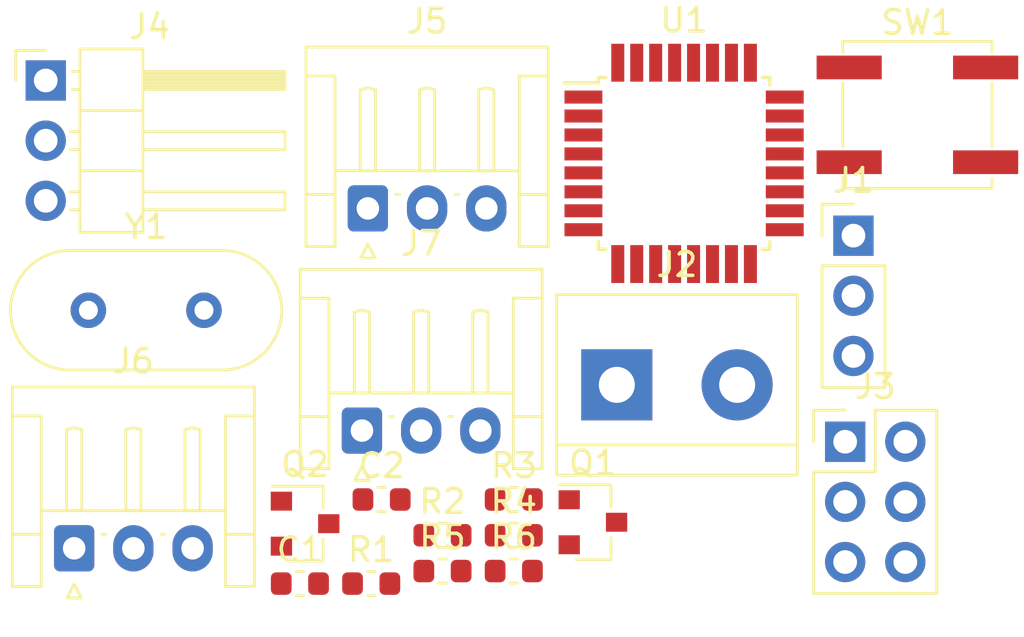
<source format=kicad_pcb>
(kicad_pcb (version 20171130) (host pcbnew "(5.0.2)-1")

  (general
    (thickness 1.6)
    (drawings 0)
    (tracks 0)
    (zones 0)
    (modules 20)
    (nets 32)
  )

  (page A4)
  (layers
    (0 F.Cu signal)
    (31 B.Cu signal)
    (32 B.Adhes user)
    (33 F.Adhes user)
    (34 B.Paste user)
    (35 F.Paste user)
    (36 B.SilkS user)
    (37 F.SilkS user)
    (38 B.Mask user)
    (39 F.Mask user)
    (40 Dwgs.User user)
    (41 Cmts.User user)
    (42 Eco1.User user)
    (43 Eco2.User user)
    (44 Edge.Cuts user)
    (45 Margin user)
    (46 B.CrtYd user)
    (47 F.CrtYd user)
    (48 B.Fab user)
    (49 F.Fab user)
  )

  (setup
    (last_trace_width 0.25)
    (trace_clearance 0.2)
    (zone_clearance 0.508)
    (zone_45_only no)
    (trace_min 0.2)
    (segment_width 0.2)
    (edge_width 0.15)
    (via_size 0.8)
    (via_drill 0.4)
    (via_min_size 0.4)
    (via_min_drill 0.3)
    (uvia_size 0.3)
    (uvia_drill 0.1)
    (uvias_allowed no)
    (uvia_min_size 0.2)
    (uvia_min_drill 0.1)
    (pcb_text_width 0.3)
    (pcb_text_size 1.5 1.5)
    (mod_edge_width 0.15)
    (mod_text_size 1 1)
    (mod_text_width 0.15)
    (pad_size 1.524 1.524)
    (pad_drill 0.762)
    (pad_to_mask_clearance 0.051)
    (solder_mask_min_width 0.25)
    (aux_axis_origin 0 0)
    (visible_elements FFFFFF7F)
    (pcbplotparams
      (layerselection 0x010fc_ffffffff)
      (usegerberextensions false)
      (usegerberattributes false)
      (usegerberadvancedattributes false)
      (creategerberjobfile false)
      (excludeedgelayer true)
      (linewidth 0.100000)
      (plotframeref false)
      (viasonmask false)
      (mode 1)
      (useauxorigin false)
      (hpglpennumber 1)
      (hpglpenspeed 20)
      (hpglpendiameter 15.000000)
      (psnegative false)
      (psa4output false)
      (plotreference true)
      (plotvalue true)
      (plotinvisibletext false)
      (padsonsilk false)
      (subtractmaskfromsilk false)
      (outputformat 1)
      (mirror false)
      (drillshape 1)
      (scaleselection 1)
      (outputdirectory ""))
  )

  (net 0 "")
  (net 1 GND)
  (net 2 /XTAL1)
  (net 3 /XTAL2)
  (net 4 VCC)
  (net 5 /VOUT)
  (net 6 /MISO)
  (net 7 /SCK)
  (net 8 MOSI)
  (net 9 /RESET)
  (net 10 /PIN9)
  (net 11 "Net-(J4-Pad3)")
  (net 12 /RX)
  (net 13 /TX)
  (net 14 /PIN3)
  (net 15 /PIN4)
  (net 16 "Net-(Q1-Pad1)")
  (net 17 "Net-(Q1-Pad3)")
  (net 18 /PIN8)
  (net 19 /PIN2)
  (net 20 "Net-(U1-Pad9)")
  (net 21 "Net-(U1-Pad10)")
  (net 22 "Net-(U1-Pad11)")
  (net 23 "Net-(U1-Pad14)")
  (net 24 "Net-(U1-Pad19)")
  (net 25 "Net-(U1-Pad22)")
  (net 26 "Net-(U1-Pad23)")
  (net 27 "Net-(U1-Pad24)")
  (net 28 "Net-(U1-Pad25)")
  (net 29 "Net-(U1-Pad26)")
  (net 30 "Net-(U1-Pad27)")
  (net 31 "Net-(U1-Pad28)")

  (net_class Default "Esta es la clase de red por defecto."
    (clearance 0.2)
    (trace_width 0.25)
    (via_dia 0.8)
    (via_drill 0.4)
    (uvia_dia 0.3)
    (uvia_drill 0.1)
    (add_net /MISO)
    (add_net /PIN2)
    (add_net /PIN3)
    (add_net /PIN4)
    (add_net /PIN8)
    (add_net /PIN9)
    (add_net /RESET)
    (add_net /RX)
    (add_net /SCK)
    (add_net /TX)
    (add_net /VOUT)
    (add_net /XTAL1)
    (add_net /XTAL2)
    (add_net GND)
    (add_net MOSI)
    (add_net "Net-(J4-Pad3)")
    (add_net "Net-(Q1-Pad1)")
    (add_net "Net-(Q1-Pad3)")
    (add_net "Net-(U1-Pad10)")
    (add_net "Net-(U1-Pad11)")
    (add_net "Net-(U1-Pad14)")
    (add_net "Net-(U1-Pad19)")
    (add_net "Net-(U1-Pad22)")
    (add_net "Net-(U1-Pad23)")
    (add_net "Net-(U1-Pad24)")
    (add_net "Net-(U1-Pad25)")
    (add_net "Net-(U1-Pad26)")
    (add_net "Net-(U1-Pad27)")
    (add_net "Net-(U1-Pad28)")
    (add_net "Net-(U1-Pad9)")
    (add_net VCC)
  )

  (module Capacitor_SMD:C_0603_1608Metric (layer F.Cu) (tedit 5B301BBE) (tstamp 5C863936)
    (at 134.475001 106.885001)
    (descr "Capacitor SMD 0603 (1608 Metric), square (rectangular) end terminal, IPC_7351 nominal, (Body size source: http://www.tortai-tech.com/upload/download/2011102023233369053.pdf), generated with kicad-footprint-generator")
    (tags capacitor)
    (path /5C79C020)
    (attr smd)
    (fp_text reference C1 (at 0 -1.43) (layer F.SilkS)
      (effects (font (size 1 1) (thickness 0.15)))
    )
    (fp_text value C22pF (at 0 1.43) (layer F.Fab)
      (effects (font (size 1 1) (thickness 0.15)))
    )
    (fp_line (start -0.8 0.4) (end -0.8 -0.4) (layer F.Fab) (width 0.1))
    (fp_line (start -0.8 -0.4) (end 0.8 -0.4) (layer F.Fab) (width 0.1))
    (fp_line (start 0.8 -0.4) (end 0.8 0.4) (layer F.Fab) (width 0.1))
    (fp_line (start 0.8 0.4) (end -0.8 0.4) (layer F.Fab) (width 0.1))
    (fp_line (start -0.162779 -0.51) (end 0.162779 -0.51) (layer F.SilkS) (width 0.12))
    (fp_line (start -0.162779 0.51) (end 0.162779 0.51) (layer F.SilkS) (width 0.12))
    (fp_line (start -1.48 0.73) (end -1.48 -0.73) (layer F.CrtYd) (width 0.05))
    (fp_line (start -1.48 -0.73) (end 1.48 -0.73) (layer F.CrtYd) (width 0.05))
    (fp_line (start 1.48 -0.73) (end 1.48 0.73) (layer F.CrtYd) (width 0.05))
    (fp_line (start 1.48 0.73) (end -1.48 0.73) (layer F.CrtYd) (width 0.05))
    (fp_text user %R (at 0 0) (layer F.Fab)
      (effects (font (size 0.4 0.4) (thickness 0.06)))
    )
    (pad 1 smd roundrect (at -0.7875 0) (size 0.875 0.95) (layers F.Cu F.Paste F.Mask) (roundrect_rratio 0.25)
      (net 1 GND))
    (pad 2 smd roundrect (at 0.7875 0) (size 0.875 0.95) (layers F.Cu F.Paste F.Mask) (roundrect_rratio 0.25)
      (net 2 /XTAL1))
    (model ${KISYS3DMOD}/Capacitor_SMD.3dshapes/C_0603_1608Metric.wrl
      (at (xyz 0 0 0))
      (scale (xyz 1 1 1))
      (rotate (xyz 0 0 0))
    )
  )

  (module Capacitor_SMD:C_0603_1608Metric (layer F.Cu) (tedit 5B301BBE) (tstamp 5C863947)
    (at 137.925001 103.335001)
    (descr "Capacitor SMD 0603 (1608 Metric), square (rectangular) end terminal, IPC_7351 nominal, (Body size source: http://www.tortai-tech.com/upload/download/2011102023233369053.pdf), generated with kicad-footprint-generator")
    (tags capacitor)
    (path /5C79C2EE)
    (attr smd)
    (fp_text reference C2 (at 0 -1.43) (layer F.SilkS)
      (effects (font (size 1 1) (thickness 0.15)))
    )
    (fp_text value C22pF (at 0 1.43) (layer F.Fab)
      (effects (font (size 1 1) (thickness 0.15)))
    )
    (fp_text user %R (at 0 0) (layer F.Fab)
      (effects (font (size 0.4 0.4) (thickness 0.06)))
    )
    (fp_line (start 1.48 0.73) (end -1.48 0.73) (layer F.CrtYd) (width 0.05))
    (fp_line (start 1.48 -0.73) (end 1.48 0.73) (layer F.CrtYd) (width 0.05))
    (fp_line (start -1.48 -0.73) (end 1.48 -0.73) (layer F.CrtYd) (width 0.05))
    (fp_line (start -1.48 0.73) (end -1.48 -0.73) (layer F.CrtYd) (width 0.05))
    (fp_line (start -0.162779 0.51) (end 0.162779 0.51) (layer F.SilkS) (width 0.12))
    (fp_line (start -0.162779 -0.51) (end 0.162779 -0.51) (layer F.SilkS) (width 0.12))
    (fp_line (start 0.8 0.4) (end -0.8 0.4) (layer F.Fab) (width 0.1))
    (fp_line (start 0.8 -0.4) (end 0.8 0.4) (layer F.Fab) (width 0.1))
    (fp_line (start -0.8 -0.4) (end 0.8 -0.4) (layer F.Fab) (width 0.1))
    (fp_line (start -0.8 0.4) (end -0.8 -0.4) (layer F.Fab) (width 0.1))
    (pad 2 smd roundrect (at 0.7875 0) (size 0.875 0.95) (layers F.Cu F.Paste F.Mask) (roundrect_rratio 0.25)
      (net 3 /XTAL2))
    (pad 1 smd roundrect (at -0.7875 0) (size 0.875 0.95) (layers F.Cu F.Paste F.Mask) (roundrect_rratio 0.25)
      (net 1 GND))
    (model ${KISYS3DMOD}/Capacitor_SMD.3dshapes/C_0603_1608Metric.wrl
      (at (xyz 0 0 0))
      (scale (xyz 1 1 1))
      (rotate (xyz 0 0 0))
    )
  )

  (module Connector_PinHeader_2.54mm:PinHeader_1x03_P2.54mm_Vertical (layer F.Cu) (tedit 59FED5CC) (tstamp 5C86395E)
    (at 157.845001 92.195001)
    (descr "Through hole straight pin header, 1x03, 2.54mm pitch, single row")
    (tags "Through hole pin header THT 1x03 2.54mm single row")
    (path /5C798886)
    (fp_text reference J1 (at 0 -2.33) (layer F.SilkS)
      (effects (font (size 1 1) (thickness 0.15)))
    )
    (fp_text value "StepUp Connector" (at 0 7.41) (layer F.Fab)
      (effects (font (size 1 1) (thickness 0.15)))
    )
    (fp_line (start -0.635 -1.27) (end 1.27 -1.27) (layer F.Fab) (width 0.1))
    (fp_line (start 1.27 -1.27) (end 1.27 6.35) (layer F.Fab) (width 0.1))
    (fp_line (start 1.27 6.35) (end -1.27 6.35) (layer F.Fab) (width 0.1))
    (fp_line (start -1.27 6.35) (end -1.27 -0.635) (layer F.Fab) (width 0.1))
    (fp_line (start -1.27 -0.635) (end -0.635 -1.27) (layer F.Fab) (width 0.1))
    (fp_line (start -1.33 6.41) (end 1.33 6.41) (layer F.SilkS) (width 0.12))
    (fp_line (start -1.33 1.27) (end -1.33 6.41) (layer F.SilkS) (width 0.12))
    (fp_line (start 1.33 1.27) (end 1.33 6.41) (layer F.SilkS) (width 0.12))
    (fp_line (start -1.33 1.27) (end 1.33 1.27) (layer F.SilkS) (width 0.12))
    (fp_line (start -1.33 0) (end -1.33 -1.33) (layer F.SilkS) (width 0.12))
    (fp_line (start -1.33 -1.33) (end 0 -1.33) (layer F.SilkS) (width 0.12))
    (fp_line (start -1.8 -1.8) (end -1.8 6.85) (layer F.CrtYd) (width 0.05))
    (fp_line (start -1.8 6.85) (end 1.8 6.85) (layer F.CrtYd) (width 0.05))
    (fp_line (start 1.8 6.85) (end 1.8 -1.8) (layer F.CrtYd) (width 0.05))
    (fp_line (start 1.8 -1.8) (end -1.8 -1.8) (layer F.CrtYd) (width 0.05))
    (fp_text user %R (at 0 2.54 90) (layer F.Fab)
      (effects (font (size 1 1) (thickness 0.15)))
    )
    (pad 1 thru_hole rect (at 0 0) (size 1.7 1.7) (drill 1) (layers *.Cu *.Mask)
      (net 4 VCC))
    (pad 2 thru_hole oval (at 0 2.54) (size 1.7 1.7) (drill 1) (layers *.Cu *.Mask)
      (net 1 GND))
    (pad 3 thru_hole oval (at 0 5.08) (size 1.7 1.7) (drill 1) (layers *.Cu *.Mask)
      (net 5 /VOUT))
    (model ${KISYS3DMOD}/Connector_PinHeader_2.54mm.3dshapes/PinHeader_1x03_P2.54mm_Vertical.wrl
      (at (xyz 0 0 0))
      (scale (xyz 1 1 1))
      (rotate (xyz 0 0 0))
    )
  )

  (module TerminalBlock:TerminalBlock_bornier-2_P5.08mm (layer F.Cu) (tedit 59FF03AB) (tstamp 5C863973)
    (at 147.855001 98.495001)
    (descr "simple 2-pin terminal block, pitch 5.08mm, revamped version of bornier2")
    (tags "terminal block bornier2")
    (path /5C7989ED)
    (fp_text reference J2 (at 2.54 -5.08) (layer F.SilkS)
      (effects (font (size 1 1) (thickness 0.15)))
    )
    (fp_text value "Battery Connector" (at 2.54 5.08) (layer F.Fab)
      (effects (font (size 1 1) (thickness 0.15)))
    )
    (fp_text user %R (at 2.54 0) (layer F.Fab)
      (effects (font (size 1 1) (thickness 0.15)))
    )
    (fp_line (start -2.41 2.55) (end 7.49 2.55) (layer F.Fab) (width 0.1))
    (fp_line (start -2.46 -3.75) (end -2.46 3.75) (layer F.Fab) (width 0.1))
    (fp_line (start -2.46 3.75) (end 7.54 3.75) (layer F.Fab) (width 0.1))
    (fp_line (start 7.54 3.75) (end 7.54 -3.75) (layer F.Fab) (width 0.1))
    (fp_line (start 7.54 -3.75) (end -2.46 -3.75) (layer F.Fab) (width 0.1))
    (fp_line (start 7.62 2.54) (end -2.54 2.54) (layer F.SilkS) (width 0.12))
    (fp_line (start 7.62 3.81) (end 7.62 -3.81) (layer F.SilkS) (width 0.12))
    (fp_line (start 7.62 -3.81) (end -2.54 -3.81) (layer F.SilkS) (width 0.12))
    (fp_line (start -2.54 -3.81) (end -2.54 3.81) (layer F.SilkS) (width 0.12))
    (fp_line (start -2.54 3.81) (end 7.62 3.81) (layer F.SilkS) (width 0.12))
    (fp_line (start -2.71 -4) (end 7.79 -4) (layer F.CrtYd) (width 0.05))
    (fp_line (start -2.71 -4) (end -2.71 4) (layer F.CrtYd) (width 0.05))
    (fp_line (start 7.79 4) (end 7.79 -4) (layer F.CrtYd) (width 0.05))
    (fp_line (start 7.79 4) (end -2.71 4) (layer F.CrtYd) (width 0.05))
    (pad 1 thru_hole rect (at 0 0) (size 3 3) (drill 1.52) (layers *.Cu *.Mask)
      (net 1 GND))
    (pad 2 thru_hole circle (at 5.08 0) (size 3 3) (drill 1.52) (layers *.Cu *.Mask)
      (net 4 VCC))
    (model ${KISYS3DMOD}/TerminalBlock.3dshapes/TerminalBlock_bornier-2_P5.08mm.wrl
      (offset (xyz 2.539999961853027 0 0))
      (scale (xyz 1 1 1))
      (rotate (xyz 0 0 0))
    )
  )

  (module Connector_PinHeader_2.54mm:PinHeader_2x03_P2.54mm_Vertical (layer F.Cu) (tedit 59FED5CC) (tstamp 5C86398F)
    (at 157.495001 100.895001)
    (descr "Through hole straight pin header, 2x03, 2.54mm pitch, double rows")
    (tags "Through hole pin header THT 2x03 2.54mm double row")
    (path /5C7995BE)
    (fp_text reference J3 (at 1.27 -2.33) (layer F.SilkS)
      (effects (font (size 1 1) (thickness 0.15)))
    )
    (fp_text value "ICSP Conn" (at 1.27 7.41) (layer F.Fab)
      (effects (font (size 1 1) (thickness 0.15)))
    )
    (fp_line (start 0 -1.27) (end 3.81 -1.27) (layer F.Fab) (width 0.1))
    (fp_line (start 3.81 -1.27) (end 3.81 6.35) (layer F.Fab) (width 0.1))
    (fp_line (start 3.81 6.35) (end -1.27 6.35) (layer F.Fab) (width 0.1))
    (fp_line (start -1.27 6.35) (end -1.27 0) (layer F.Fab) (width 0.1))
    (fp_line (start -1.27 0) (end 0 -1.27) (layer F.Fab) (width 0.1))
    (fp_line (start -1.33 6.41) (end 3.87 6.41) (layer F.SilkS) (width 0.12))
    (fp_line (start -1.33 1.27) (end -1.33 6.41) (layer F.SilkS) (width 0.12))
    (fp_line (start 3.87 -1.33) (end 3.87 6.41) (layer F.SilkS) (width 0.12))
    (fp_line (start -1.33 1.27) (end 1.27 1.27) (layer F.SilkS) (width 0.12))
    (fp_line (start 1.27 1.27) (end 1.27 -1.33) (layer F.SilkS) (width 0.12))
    (fp_line (start 1.27 -1.33) (end 3.87 -1.33) (layer F.SilkS) (width 0.12))
    (fp_line (start -1.33 0) (end -1.33 -1.33) (layer F.SilkS) (width 0.12))
    (fp_line (start -1.33 -1.33) (end 0 -1.33) (layer F.SilkS) (width 0.12))
    (fp_line (start -1.8 -1.8) (end -1.8 6.85) (layer F.CrtYd) (width 0.05))
    (fp_line (start -1.8 6.85) (end 4.35 6.85) (layer F.CrtYd) (width 0.05))
    (fp_line (start 4.35 6.85) (end 4.35 -1.8) (layer F.CrtYd) (width 0.05))
    (fp_line (start 4.35 -1.8) (end -1.8 -1.8) (layer F.CrtYd) (width 0.05))
    (fp_text user %R (at 1.27 2.54 90) (layer F.Fab)
      (effects (font (size 1 1) (thickness 0.15)))
    )
    (pad 1 thru_hole rect (at 0 0) (size 1.7 1.7) (drill 1) (layers *.Cu *.Mask)
      (net 6 /MISO))
    (pad 2 thru_hole oval (at 2.54 0) (size 1.7 1.7) (drill 1) (layers *.Cu *.Mask)
      (net 4 VCC))
    (pad 3 thru_hole oval (at 0 2.54) (size 1.7 1.7) (drill 1) (layers *.Cu *.Mask)
      (net 7 /SCK))
    (pad 4 thru_hole oval (at 2.54 2.54) (size 1.7 1.7) (drill 1) (layers *.Cu *.Mask)
      (net 8 MOSI))
    (pad 5 thru_hole oval (at 0 5.08) (size 1.7 1.7) (drill 1) (layers *.Cu *.Mask)
      (net 9 /RESET))
    (pad 6 thru_hole oval (at 2.54 5.08) (size 1.7 1.7) (drill 1) (layers *.Cu *.Mask)
      (net 1 GND))
    (model ${KISYS3DMOD}/Connector_PinHeader_2.54mm.3dshapes/PinHeader_2x03_P2.54mm_Vertical.wrl
      (at (xyz 0 0 0))
      (scale (xyz 1 1 1))
      (rotate (xyz 0 0 0))
    )
  )

  (module Connector_PinHeader_2.54mm:PinHeader_1x03_P2.54mm_Horizontal (layer F.Cu) (tedit 59FED5CB) (tstamp 5C8639CF)
    (at 123.745001 85.645001)
    (descr "Through hole angled pin header, 1x03, 2.54mm pitch, 6mm pin length, single row")
    (tags "Through hole angled pin header THT 1x03 2.54mm single row")
    (path /5C798A74)
    (fp_text reference J4 (at 4.385 -2.27) (layer F.SilkS)
      (effects (font (size 1 1) (thickness 0.15)))
    )
    (fp_text value "Servo Connector" (at 4.385 7.35) (layer F.Fab)
      (effects (font (size 1 1) (thickness 0.15)))
    )
    (fp_line (start 2.135 -1.27) (end 4.04 -1.27) (layer F.Fab) (width 0.1))
    (fp_line (start 4.04 -1.27) (end 4.04 6.35) (layer F.Fab) (width 0.1))
    (fp_line (start 4.04 6.35) (end 1.5 6.35) (layer F.Fab) (width 0.1))
    (fp_line (start 1.5 6.35) (end 1.5 -0.635) (layer F.Fab) (width 0.1))
    (fp_line (start 1.5 -0.635) (end 2.135 -1.27) (layer F.Fab) (width 0.1))
    (fp_line (start -0.32 -0.32) (end 1.5 -0.32) (layer F.Fab) (width 0.1))
    (fp_line (start -0.32 -0.32) (end -0.32 0.32) (layer F.Fab) (width 0.1))
    (fp_line (start -0.32 0.32) (end 1.5 0.32) (layer F.Fab) (width 0.1))
    (fp_line (start 4.04 -0.32) (end 10.04 -0.32) (layer F.Fab) (width 0.1))
    (fp_line (start 10.04 -0.32) (end 10.04 0.32) (layer F.Fab) (width 0.1))
    (fp_line (start 4.04 0.32) (end 10.04 0.32) (layer F.Fab) (width 0.1))
    (fp_line (start -0.32 2.22) (end 1.5 2.22) (layer F.Fab) (width 0.1))
    (fp_line (start -0.32 2.22) (end -0.32 2.86) (layer F.Fab) (width 0.1))
    (fp_line (start -0.32 2.86) (end 1.5 2.86) (layer F.Fab) (width 0.1))
    (fp_line (start 4.04 2.22) (end 10.04 2.22) (layer F.Fab) (width 0.1))
    (fp_line (start 10.04 2.22) (end 10.04 2.86) (layer F.Fab) (width 0.1))
    (fp_line (start 4.04 2.86) (end 10.04 2.86) (layer F.Fab) (width 0.1))
    (fp_line (start -0.32 4.76) (end 1.5 4.76) (layer F.Fab) (width 0.1))
    (fp_line (start -0.32 4.76) (end -0.32 5.4) (layer F.Fab) (width 0.1))
    (fp_line (start -0.32 5.4) (end 1.5 5.4) (layer F.Fab) (width 0.1))
    (fp_line (start 4.04 4.76) (end 10.04 4.76) (layer F.Fab) (width 0.1))
    (fp_line (start 10.04 4.76) (end 10.04 5.4) (layer F.Fab) (width 0.1))
    (fp_line (start 4.04 5.4) (end 10.04 5.4) (layer F.Fab) (width 0.1))
    (fp_line (start 1.44 -1.33) (end 1.44 6.41) (layer F.SilkS) (width 0.12))
    (fp_line (start 1.44 6.41) (end 4.1 6.41) (layer F.SilkS) (width 0.12))
    (fp_line (start 4.1 6.41) (end 4.1 -1.33) (layer F.SilkS) (width 0.12))
    (fp_line (start 4.1 -1.33) (end 1.44 -1.33) (layer F.SilkS) (width 0.12))
    (fp_line (start 4.1 -0.38) (end 10.1 -0.38) (layer F.SilkS) (width 0.12))
    (fp_line (start 10.1 -0.38) (end 10.1 0.38) (layer F.SilkS) (width 0.12))
    (fp_line (start 10.1 0.38) (end 4.1 0.38) (layer F.SilkS) (width 0.12))
    (fp_line (start 4.1 -0.32) (end 10.1 -0.32) (layer F.SilkS) (width 0.12))
    (fp_line (start 4.1 -0.2) (end 10.1 -0.2) (layer F.SilkS) (width 0.12))
    (fp_line (start 4.1 -0.08) (end 10.1 -0.08) (layer F.SilkS) (width 0.12))
    (fp_line (start 4.1 0.04) (end 10.1 0.04) (layer F.SilkS) (width 0.12))
    (fp_line (start 4.1 0.16) (end 10.1 0.16) (layer F.SilkS) (width 0.12))
    (fp_line (start 4.1 0.28) (end 10.1 0.28) (layer F.SilkS) (width 0.12))
    (fp_line (start 1.11 -0.38) (end 1.44 -0.38) (layer F.SilkS) (width 0.12))
    (fp_line (start 1.11 0.38) (end 1.44 0.38) (layer F.SilkS) (width 0.12))
    (fp_line (start 1.44 1.27) (end 4.1 1.27) (layer F.SilkS) (width 0.12))
    (fp_line (start 4.1 2.16) (end 10.1 2.16) (layer F.SilkS) (width 0.12))
    (fp_line (start 10.1 2.16) (end 10.1 2.92) (layer F.SilkS) (width 0.12))
    (fp_line (start 10.1 2.92) (end 4.1 2.92) (layer F.SilkS) (width 0.12))
    (fp_line (start 1.042929 2.16) (end 1.44 2.16) (layer F.SilkS) (width 0.12))
    (fp_line (start 1.042929 2.92) (end 1.44 2.92) (layer F.SilkS) (width 0.12))
    (fp_line (start 1.44 3.81) (end 4.1 3.81) (layer F.SilkS) (width 0.12))
    (fp_line (start 4.1 4.7) (end 10.1 4.7) (layer F.SilkS) (width 0.12))
    (fp_line (start 10.1 4.7) (end 10.1 5.46) (layer F.SilkS) (width 0.12))
    (fp_line (start 10.1 5.46) (end 4.1 5.46) (layer F.SilkS) (width 0.12))
    (fp_line (start 1.042929 4.7) (end 1.44 4.7) (layer F.SilkS) (width 0.12))
    (fp_line (start 1.042929 5.46) (end 1.44 5.46) (layer F.SilkS) (width 0.12))
    (fp_line (start -1.27 0) (end -1.27 -1.27) (layer F.SilkS) (width 0.12))
    (fp_line (start -1.27 -1.27) (end 0 -1.27) (layer F.SilkS) (width 0.12))
    (fp_line (start -1.8 -1.8) (end -1.8 6.85) (layer F.CrtYd) (width 0.05))
    (fp_line (start -1.8 6.85) (end 10.55 6.85) (layer F.CrtYd) (width 0.05))
    (fp_line (start 10.55 6.85) (end 10.55 -1.8) (layer F.CrtYd) (width 0.05))
    (fp_line (start 10.55 -1.8) (end -1.8 -1.8) (layer F.CrtYd) (width 0.05))
    (fp_text user %R (at 2.77 2.54 90) (layer F.Fab)
      (effects (font (size 1 1) (thickness 0.15)))
    )
    (pad 1 thru_hole rect (at 0 0) (size 1.7 1.7) (drill 1) (layers *.Cu *.Mask)
      (net 10 /PIN9))
    (pad 2 thru_hole oval (at 0 2.54) (size 1.7 1.7) (drill 1) (layers *.Cu *.Mask)
      (net 5 /VOUT))
    (pad 3 thru_hole oval (at 0 5.08) (size 1.7 1.7) (drill 1) (layers *.Cu *.Mask)
      (net 11 "Net-(J4-Pad3)"))
    (model ${KISYS3DMOD}/Connector_PinHeader_2.54mm.3dshapes/PinHeader_1x03_P2.54mm_Horizontal.wrl
      (at (xyz 0 0 0))
      (scale (xyz 1 1 1))
      (rotate (xyz 0 0 0))
    )
  )

  (module Connector_JST:JST_EH_S03B-EH_1x03_P2.50mm_Horizontal (layer F.Cu) (tedit 5B7717B9) (tstamp 5C863A0A)
    (at 137.345001 91.045001)
    (descr "JST EH series connector, S03B-EH (http://www.jst-mfg.com/product/pdf/eng/eEH.pdf), generated with kicad-footprint-generator")
    (tags "connector JST EH top entry")
    (path /5C798AE2)
    (fp_text reference J5 (at 2.5 -7.9) (layer F.SilkS)
      (effects (font (size 1 1) (thickness 0.15)))
    )
    (fp_text value "Serial Connector" (at 2.5 2.7) (layer F.Fab)
      (effects (font (size 1 1) (thickness 0.15)))
    )
    (fp_line (start -1.5 -0.7) (end -1.5 1.5) (layer F.Fab) (width 0.1))
    (fp_line (start -1.5 1.5) (end -2.5 1.5) (layer F.Fab) (width 0.1))
    (fp_line (start -2.5 1.5) (end -2.5 -6.7) (layer F.Fab) (width 0.1))
    (fp_line (start -2.5 -6.7) (end 7.5 -6.7) (layer F.Fab) (width 0.1))
    (fp_line (start 7.5 -6.7) (end 7.5 1.5) (layer F.Fab) (width 0.1))
    (fp_line (start 7.5 1.5) (end 6.5 1.5) (layer F.Fab) (width 0.1))
    (fp_line (start 6.5 1.5) (end 6.5 -0.7) (layer F.Fab) (width 0.1))
    (fp_line (start 6.5 -0.7) (end -1.5 -0.7) (layer F.Fab) (width 0.1))
    (fp_line (start -3 -7.2) (end -3 2) (layer F.CrtYd) (width 0.05))
    (fp_line (start -3 2) (end 8 2) (layer F.CrtYd) (width 0.05))
    (fp_line (start 8 2) (end 8 -7.2) (layer F.CrtYd) (width 0.05))
    (fp_line (start 8 -7.2) (end -3 -7.2) (layer F.CrtYd) (width 0.05))
    (fp_line (start -1.39 -0.59) (end -1.39 1.61) (layer F.SilkS) (width 0.12))
    (fp_line (start -1.39 1.61) (end -2.61 1.61) (layer F.SilkS) (width 0.12))
    (fp_line (start -2.61 1.61) (end -2.61 -6.81) (layer F.SilkS) (width 0.12))
    (fp_line (start -2.61 -6.81) (end 7.61 -6.81) (layer F.SilkS) (width 0.12))
    (fp_line (start 7.61 -6.81) (end 7.61 1.61) (layer F.SilkS) (width 0.12))
    (fp_line (start 7.61 1.61) (end 6.39 1.61) (layer F.SilkS) (width 0.12))
    (fp_line (start 6.39 1.61) (end 6.39 -0.59) (layer F.SilkS) (width 0.12))
    (fp_line (start -2.61 -5.59) (end -1.39 -5.59) (layer F.SilkS) (width 0.12))
    (fp_line (start -1.39 -5.59) (end -1.39 -0.59) (layer F.SilkS) (width 0.12))
    (fp_line (start -1.39 -0.59) (end -2.61 -0.59) (layer F.SilkS) (width 0.12))
    (fp_line (start 7.61 -5.59) (end 6.39 -5.59) (layer F.SilkS) (width 0.12))
    (fp_line (start 6.39 -5.59) (end 6.39 -0.59) (layer F.SilkS) (width 0.12))
    (fp_line (start 6.39 -0.59) (end 7.61 -0.59) (layer F.SilkS) (width 0.12))
    (fp_line (start -1.39 -1.59) (end 6.39 -1.59) (layer F.SilkS) (width 0.12))
    (fp_line (start 0 -1.59) (end -0.32 -1.59) (layer F.SilkS) (width 0.12))
    (fp_line (start -0.32 -1.59) (end -0.32 -5.01) (layer F.SilkS) (width 0.12))
    (fp_line (start -0.32 -5.01) (end 0 -5.09) (layer F.SilkS) (width 0.12))
    (fp_line (start 0 -5.09) (end 0.32 -5.01) (layer F.SilkS) (width 0.12))
    (fp_line (start 0.32 -5.01) (end 0.32 -1.59) (layer F.SilkS) (width 0.12))
    (fp_line (start 0.32 -1.59) (end 0 -1.59) (layer F.SilkS) (width 0.12))
    (fp_line (start 1.17 -0.59) (end 1.33 -0.59) (layer F.SilkS) (width 0.12))
    (fp_line (start 2.5 -1.59) (end 2.18 -1.59) (layer F.SilkS) (width 0.12))
    (fp_line (start 2.18 -1.59) (end 2.18 -5.01) (layer F.SilkS) (width 0.12))
    (fp_line (start 2.18 -5.01) (end 2.5 -5.09) (layer F.SilkS) (width 0.12))
    (fp_line (start 2.5 -5.09) (end 2.82 -5.01) (layer F.SilkS) (width 0.12))
    (fp_line (start 2.82 -5.01) (end 2.82 -1.59) (layer F.SilkS) (width 0.12))
    (fp_line (start 2.82 -1.59) (end 2.5 -1.59) (layer F.SilkS) (width 0.12))
    (fp_line (start 3.67 -0.59) (end 3.83 -0.59) (layer F.SilkS) (width 0.12))
    (fp_line (start 5 -1.59) (end 4.68 -1.59) (layer F.SilkS) (width 0.12))
    (fp_line (start 4.68 -1.59) (end 4.68 -5.01) (layer F.SilkS) (width 0.12))
    (fp_line (start 4.68 -5.01) (end 5 -5.09) (layer F.SilkS) (width 0.12))
    (fp_line (start 5 -5.09) (end 5.32 -5.01) (layer F.SilkS) (width 0.12))
    (fp_line (start 5.32 -5.01) (end 5.32 -1.59) (layer F.SilkS) (width 0.12))
    (fp_line (start 5.32 -1.59) (end 5 -1.59) (layer F.SilkS) (width 0.12))
    (fp_line (start 0 1.5) (end -0.3 2.1) (layer F.SilkS) (width 0.12))
    (fp_line (start -0.3 2.1) (end 0.3 2.1) (layer F.SilkS) (width 0.12))
    (fp_line (start 0.3 2.1) (end 0 1.5) (layer F.SilkS) (width 0.12))
    (fp_line (start -0.5 -0.7) (end 0 -1.407107) (layer F.Fab) (width 0.1))
    (fp_line (start 0 -1.407107) (end 0.5 -0.7) (layer F.Fab) (width 0.1))
    (fp_text user %R (at 2.5 -2.6) (layer F.Fab)
      (effects (font (size 1 1) (thickness 0.15)))
    )
    (pad 1 thru_hole roundrect (at 0 0) (size 1.7 1.95) (drill 0.95) (layers *.Cu *.Mask) (roundrect_rratio 0.147059)
      (net 12 /RX))
    (pad 2 thru_hole oval (at 2.5 0) (size 1.7 1.95) (drill 0.95) (layers *.Cu *.Mask)
      (net 13 /TX))
    (pad 3 thru_hole oval (at 5 0) (size 1.7 1.95) (drill 0.95) (layers *.Cu *.Mask)
      (net 1 GND))
    (model ${KISYS3DMOD}/Connector_JST.3dshapes/JST_EH_S03B-EH_1x03_P2.50mm_Horizontal.wrl
      (at (xyz 0 0 0))
      (scale (xyz 1 1 1))
      (rotate (xyz 0 0 0))
    )
  )

  (module Connector_JST:JST_EH_S03B-EH_1x03_P2.50mm_Horizontal (layer F.Cu) (tedit 5B7717B9) (tstamp 5C863A45)
    (at 124.945001 105.395001)
    (descr "JST EH series connector, S03B-EH (http://www.jst-mfg.com/product/pdf/eng/eEH.pdf), generated with kicad-footprint-generator")
    (tags "connector JST EH top entry")
    (path /5C798E43)
    (fp_text reference J6 (at 2.5 -7.9) (layer F.SilkS)
      (effects (font (size 1 1) (thickness 0.15)))
    )
    (fp_text value "Hall Sensor 1" (at 2.5 2.7) (layer F.Fab)
      (effects (font (size 1 1) (thickness 0.15)))
    )
    (fp_text user %R (at 2.5 -2.6) (layer F.Fab)
      (effects (font (size 1 1) (thickness 0.15)))
    )
    (fp_line (start 0 -1.407107) (end 0.5 -0.7) (layer F.Fab) (width 0.1))
    (fp_line (start -0.5 -0.7) (end 0 -1.407107) (layer F.Fab) (width 0.1))
    (fp_line (start 0.3 2.1) (end 0 1.5) (layer F.SilkS) (width 0.12))
    (fp_line (start -0.3 2.1) (end 0.3 2.1) (layer F.SilkS) (width 0.12))
    (fp_line (start 0 1.5) (end -0.3 2.1) (layer F.SilkS) (width 0.12))
    (fp_line (start 5.32 -1.59) (end 5 -1.59) (layer F.SilkS) (width 0.12))
    (fp_line (start 5.32 -5.01) (end 5.32 -1.59) (layer F.SilkS) (width 0.12))
    (fp_line (start 5 -5.09) (end 5.32 -5.01) (layer F.SilkS) (width 0.12))
    (fp_line (start 4.68 -5.01) (end 5 -5.09) (layer F.SilkS) (width 0.12))
    (fp_line (start 4.68 -1.59) (end 4.68 -5.01) (layer F.SilkS) (width 0.12))
    (fp_line (start 5 -1.59) (end 4.68 -1.59) (layer F.SilkS) (width 0.12))
    (fp_line (start 3.67 -0.59) (end 3.83 -0.59) (layer F.SilkS) (width 0.12))
    (fp_line (start 2.82 -1.59) (end 2.5 -1.59) (layer F.SilkS) (width 0.12))
    (fp_line (start 2.82 -5.01) (end 2.82 -1.59) (layer F.SilkS) (width 0.12))
    (fp_line (start 2.5 -5.09) (end 2.82 -5.01) (layer F.SilkS) (width 0.12))
    (fp_line (start 2.18 -5.01) (end 2.5 -5.09) (layer F.SilkS) (width 0.12))
    (fp_line (start 2.18 -1.59) (end 2.18 -5.01) (layer F.SilkS) (width 0.12))
    (fp_line (start 2.5 -1.59) (end 2.18 -1.59) (layer F.SilkS) (width 0.12))
    (fp_line (start 1.17 -0.59) (end 1.33 -0.59) (layer F.SilkS) (width 0.12))
    (fp_line (start 0.32 -1.59) (end 0 -1.59) (layer F.SilkS) (width 0.12))
    (fp_line (start 0.32 -5.01) (end 0.32 -1.59) (layer F.SilkS) (width 0.12))
    (fp_line (start 0 -5.09) (end 0.32 -5.01) (layer F.SilkS) (width 0.12))
    (fp_line (start -0.32 -5.01) (end 0 -5.09) (layer F.SilkS) (width 0.12))
    (fp_line (start -0.32 -1.59) (end -0.32 -5.01) (layer F.SilkS) (width 0.12))
    (fp_line (start 0 -1.59) (end -0.32 -1.59) (layer F.SilkS) (width 0.12))
    (fp_line (start -1.39 -1.59) (end 6.39 -1.59) (layer F.SilkS) (width 0.12))
    (fp_line (start 6.39 -0.59) (end 7.61 -0.59) (layer F.SilkS) (width 0.12))
    (fp_line (start 6.39 -5.59) (end 6.39 -0.59) (layer F.SilkS) (width 0.12))
    (fp_line (start 7.61 -5.59) (end 6.39 -5.59) (layer F.SilkS) (width 0.12))
    (fp_line (start -1.39 -0.59) (end -2.61 -0.59) (layer F.SilkS) (width 0.12))
    (fp_line (start -1.39 -5.59) (end -1.39 -0.59) (layer F.SilkS) (width 0.12))
    (fp_line (start -2.61 -5.59) (end -1.39 -5.59) (layer F.SilkS) (width 0.12))
    (fp_line (start 6.39 1.61) (end 6.39 -0.59) (layer F.SilkS) (width 0.12))
    (fp_line (start 7.61 1.61) (end 6.39 1.61) (layer F.SilkS) (width 0.12))
    (fp_line (start 7.61 -6.81) (end 7.61 1.61) (layer F.SilkS) (width 0.12))
    (fp_line (start -2.61 -6.81) (end 7.61 -6.81) (layer F.SilkS) (width 0.12))
    (fp_line (start -2.61 1.61) (end -2.61 -6.81) (layer F.SilkS) (width 0.12))
    (fp_line (start -1.39 1.61) (end -2.61 1.61) (layer F.SilkS) (width 0.12))
    (fp_line (start -1.39 -0.59) (end -1.39 1.61) (layer F.SilkS) (width 0.12))
    (fp_line (start 8 -7.2) (end -3 -7.2) (layer F.CrtYd) (width 0.05))
    (fp_line (start 8 2) (end 8 -7.2) (layer F.CrtYd) (width 0.05))
    (fp_line (start -3 2) (end 8 2) (layer F.CrtYd) (width 0.05))
    (fp_line (start -3 -7.2) (end -3 2) (layer F.CrtYd) (width 0.05))
    (fp_line (start 6.5 -0.7) (end -1.5 -0.7) (layer F.Fab) (width 0.1))
    (fp_line (start 6.5 1.5) (end 6.5 -0.7) (layer F.Fab) (width 0.1))
    (fp_line (start 7.5 1.5) (end 6.5 1.5) (layer F.Fab) (width 0.1))
    (fp_line (start 7.5 -6.7) (end 7.5 1.5) (layer F.Fab) (width 0.1))
    (fp_line (start -2.5 -6.7) (end 7.5 -6.7) (layer F.Fab) (width 0.1))
    (fp_line (start -2.5 1.5) (end -2.5 -6.7) (layer F.Fab) (width 0.1))
    (fp_line (start -1.5 1.5) (end -2.5 1.5) (layer F.Fab) (width 0.1))
    (fp_line (start -1.5 -0.7) (end -1.5 1.5) (layer F.Fab) (width 0.1))
    (pad 3 thru_hole oval (at 5 0) (size 1.7 1.95) (drill 0.95) (layers *.Cu *.Mask)
      (net 14 /PIN3))
    (pad 2 thru_hole oval (at 2.5 0) (size 1.7 1.95) (drill 0.95) (layers *.Cu *.Mask)
      (net 1 GND))
    (pad 1 thru_hole roundrect (at 0 0) (size 1.7 1.95) (drill 0.95) (layers *.Cu *.Mask) (roundrect_rratio 0.147059)
      (net 5 /VOUT))
    (model ${KISYS3DMOD}/Connector_JST.3dshapes/JST_EH_S03B-EH_1x03_P2.50mm_Horizontal.wrl
      (at (xyz 0 0 0))
      (scale (xyz 1 1 1))
      (rotate (xyz 0 0 0))
    )
  )

  (module Connector_JST:JST_EH_S03B-EH_1x03_P2.50mm_Horizontal (layer F.Cu) (tedit 5B7717B9) (tstamp 5C863A80)
    (at 137.095001 100.425001)
    (descr "JST EH series connector, S03B-EH (http://www.jst-mfg.com/product/pdf/eng/eEH.pdf), generated with kicad-footprint-generator")
    (tags "connector JST EH top entry")
    (path /5C798F35)
    (fp_text reference J7 (at 2.5 -7.9) (layer F.SilkS)
      (effects (font (size 1 1) (thickness 0.15)))
    )
    (fp_text value "Hall Sensor 2" (at 2.5 2.7) (layer F.Fab)
      (effects (font (size 1 1) (thickness 0.15)))
    )
    (fp_line (start -1.5 -0.7) (end -1.5 1.5) (layer F.Fab) (width 0.1))
    (fp_line (start -1.5 1.5) (end -2.5 1.5) (layer F.Fab) (width 0.1))
    (fp_line (start -2.5 1.5) (end -2.5 -6.7) (layer F.Fab) (width 0.1))
    (fp_line (start -2.5 -6.7) (end 7.5 -6.7) (layer F.Fab) (width 0.1))
    (fp_line (start 7.5 -6.7) (end 7.5 1.5) (layer F.Fab) (width 0.1))
    (fp_line (start 7.5 1.5) (end 6.5 1.5) (layer F.Fab) (width 0.1))
    (fp_line (start 6.5 1.5) (end 6.5 -0.7) (layer F.Fab) (width 0.1))
    (fp_line (start 6.5 -0.7) (end -1.5 -0.7) (layer F.Fab) (width 0.1))
    (fp_line (start -3 -7.2) (end -3 2) (layer F.CrtYd) (width 0.05))
    (fp_line (start -3 2) (end 8 2) (layer F.CrtYd) (width 0.05))
    (fp_line (start 8 2) (end 8 -7.2) (layer F.CrtYd) (width 0.05))
    (fp_line (start 8 -7.2) (end -3 -7.2) (layer F.CrtYd) (width 0.05))
    (fp_line (start -1.39 -0.59) (end -1.39 1.61) (layer F.SilkS) (width 0.12))
    (fp_line (start -1.39 1.61) (end -2.61 1.61) (layer F.SilkS) (width 0.12))
    (fp_line (start -2.61 1.61) (end -2.61 -6.81) (layer F.SilkS) (width 0.12))
    (fp_line (start -2.61 -6.81) (end 7.61 -6.81) (layer F.SilkS) (width 0.12))
    (fp_line (start 7.61 -6.81) (end 7.61 1.61) (layer F.SilkS) (width 0.12))
    (fp_line (start 7.61 1.61) (end 6.39 1.61) (layer F.SilkS) (width 0.12))
    (fp_line (start 6.39 1.61) (end 6.39 -0.59) (layer F.SilkS) (width 0.12))
    (fp_line (start -2.61 -5.59) (end -1.39 -5.59) (layer F.SilkS) (width 0.12))
    (fp_line (start -1.39 -5.59) (end -1.39 -0.59) (layer F.SilkS) (width 0.12))
    (fp_line (start -1.39 -0.59) (end -2.61 -0.59) (layer F.SilkS) (width 0.12))
    (fp_line (start 7.61 -5.59) (end 6.39 -5.59) (layer F.SilkS) (width 0.12))
    (fp_line (start 6.39 -5.59) (end 6.39 -0.59) (layer F.SilkS) (width 0.12))
    (fp_line (start 6.39 -0.59) (end 7.61 -0.59) (layer F.SilkS) (width 0.12))
    (fp_line (start -1.39 -1.59) (end 6.39 -1.59) (layer F.SilkS) (width 0.12))
    (fp_line (start 0 -1.59) (end -0.32 -1.59) (layer F.SilkS) (width 0.12))
    (fp_line (start -0.32 -1.59) (end -0.32 -5.01) (layer F.SilkS) (width 0.12))
    (fp_line (start -0.32 -5.01) (end 0 -5.09) (layer F.SilkS) (width 0.12))
    (fp_line (start 0 -5.09) (end 0.32 -5.01) (layer F.SilkS) (width 0.12))
    (fp_line (start 0.32 -5.01) (end 0.32 -1.59) (layer F.SilkS) (width 0.12))
    (fp_line (start 0.32 -1.59) (end 0 -1.59) (layer F.SilkS) (width 0.12))
    (fp_line (start 1.17 -0.59) (end 1.33 -0.59) (layer F.SilkS) (width 0.12))
    (fp_line (start 2.5 -1.59) (end 2.18 -1.59) (layer F.SilkS) (width 0.12))
    (fp_line (start 2.18 -1.59) (end 2.18 -5.01) (layer F.SilkS) (width 0.12))
    (fp_line (start 2.18 -5.01) (end 2.5 -5.09) (layer F.SilkS) (width 0.12))
    (fp_line (start 2.5 -5.09) (end 2.82 -5.01) (layer F.SilkS) (width 0.12))
    (fp_line (start 2.82 -5.01) (end 2.82 -1.59) (layer F.SilkS) (width 0.12))
    (fp_line (start 2.82 -1.59) (end 2.5 -1.59) (layer F.SilkS) (width 0.12))
    (fp_line (start 3.67 -0.59) (end 3.83 -0.59) (layer F.SilkS) (width 0.12))
    (fp_line (start 5 -1.59) (end 4.68 -1.59) (layer F.SilkS) (width 0.12))
    (fp_line (start 4.68 -1.59) (end 4.68 -5.01) (layer F.SilkS) (width 0.12))
    (fp_line (start 4.68 -5.01) (end 5 -5.09) (layer F.SilkS) (width 0.12))
    (fp_line (start 5 -5.09) (end 5.32 -5.01) (layer F.SilkS) (width 0.12))
    (fp_line (start 5.32 -5.01) (end 5.32 -1.59) (layer F.SilkS) (width 0.12))
    (fp_line (start 5.32 -1.59) (end 5 -1.59) (layer F.SilkS) (width 0.12))
    (fp_line (start 0 1.5) (end -0.3 2.1) (layer F.SilkS) (width 0.12))
    (fp_line (start -0.3 2.1) (end 0.3 2.1) (layer F.SilkS) (width 0.12))
    (fp_line (start 0.3 2.1) (end 0 1.5) (layer F.SilkS) (width 0.12))
    (fp_line (start -0.5 -0.7) (end 0 -1.407107) (layer F.Fab) (width 0.1))
    (fp_line (start 0 -1.407107) (end 0.5 -0.7) (layer F.Fab) (width 0.1))
    (fp_text user %R (at 2.5 -2.6) (layer F.Fab)
      (effects (font (size 1 1) (thickness 0.15)))
    )
    (pad 1 thru_hole roundrect (at 0 0) (size 1.7 1.95) (drill 0.95) (layers *.Cu *.Mask) (roundrect_rratio 0.147059)
      (net 5 /VOUT))
    (pad 2 thru_hole oval (at 2.5 0) (size 1.7 1.95) (drill 0.95) (layers *.Cu *.Mask)
      (net 1 GND))
    (pad 3 thru_hole oval (at 5 0) (size 1.7 1.95) (drill 0.95) (layers *.Cu *.Mask)
      (net 15 /PIN4))
    (model ${KISYS3DMOD}/Connector_JST.3dshapes/JST_EH_S03B-EH_1x03_P2.50mm_Horizontal.wrl
      (at (xyz 0 0 0))
      (scale (xyz 1 1 1))
      (rotate (xyz 0 0 0))
    )
  )

  (module Package_TO_SOT_SMD:SOT-23 (layer F.Cu) (tedit 5A02FF57) (tstamp 5C863A95)
    (at 146.845001 104.295001)
    (descr "SOT-23, Standard")
    (tags SOT-23)
    (path /5C7DA527)
    (attr smd)
    (fp_text reference Q1 (at 0 -2.5) (layer F.SilkS)
      (effects (font (size 1 1) (thickness 0.15)))
    )
    (fp_text value BC847 (at 0 2.5) (layer F.Fab)
      (effects (font (size 1 1) (thickness 0.15)))
    )
    (fp_text user %R (at 0 0 90) (layer F.Fab)
      (effects (font (size 0.5 0.5) (thickness 0.075)))
    )
    (fp_line (start -0.7 -0.95) (end -0.7 1.5) (layer F.Fab) (width 0.1))
    (fp_line (start -0.15 -1.52) (end 0.7 -1.52) (layer F.Fab) (width 0.1))
    (fp_line (start -0.7 -0.95) (end -0.15 -1.52) (layer F.Fab) (width 0.1))
    (fp_line (start 0.7 -1.52) (end 0.7 1.52) (layer F.Fab) (width 0.1))
    (fp_line (start -0.7 1.52) (end 0.7 1.52) (layer F.Fab) (width 0.1))
    (fp_line (start 0.76 1.58) (end 0.76 0.65) (layer F.SilkS) (width 0.12))
    (fp_line (start 0.76 -1.58) (end 0.76 -0.65) (layer F.SilkS) (width 0.12))
    (fp_line (start -1.7 -1.75) (end 1.7 -1.75) (layer F.CrtYd) (width 0.05))
    (fp_line (start 1.7 -1.75) (end 1.7 1.75) (layer F.CrtYd) (width 0.05))
    (fp_line (start 1.7 1.75) (end -1.7 1.75) (layer F.CrtYd) (width 0.05))
    (fp_line (start -1.7 1.75) (end -1.7 -1.75) (layer F.CrtYd) (width 0.05))
    (fp_line (start 0.76 -1.58) (end -1.4 -1.58) (layer F.SilkS) (width 0.12))
    (fp_line (start 0.76 1.58) (end -0.7 1.58) (layer F.SilkS) (width 0.12))
    (pad 1 smd rect (at -1 -0.95) (size 0.9 0.8) (layers F.Cu F.Paste F.Mask)
      (net 16 "Net-(Q1-Pad1)"))
    (pad 2 smd rect (at -1 0.95) (size 0.9 0.8) (layers F.Cu F.Paste F.Mask)
      (net 1 GND))
    (pad 3 smd rect (at 1 0) (size 0.9 0.8) (layers F.Cu F.Paste F.Mask)
      (net 17 "Net-(Q1-Pad3)"))
    (model ${KISYS3DMOD}/Package_TO_SOT_SMD.3dshapes/SOT-23.wrl
      (at (xyz 0 0 0))
      (scale (xyz 1 1 1))
      (rotate (xyz 0 0 0))
    )
  )

  (module Package_TO_SOT_SMD:SOT-23 (layer F.Cu) (tedit 5A02FF57) (tstamp 5C863AAA)
    (at 134.695001 104.355001)
    (descr "SOT-23, Standard")
    (tags SOT-23)
    (path /5C7AE937)
    (attr smd)
    (fp_text reference Q2 (at 0 -2.5) (layer F.SilkS)
      (effects (font (size 1 1) (thickness 0.15)))
    )
    (fp_text value 2N7002 (at 0 2.5) (layer F.Fab)
      (effects (font (size 1 1) (thickness 0.15)))
    )
    (fp_line (start 0.76 1.58) (end -0.7 1.58) (layer F.SilkS) (width 0.12))
    (fp_line (start 0.76 -1.58) (end -1.4 -1.58) (layer F.SilkS) (width 0.12))
    (fp_line (start -1.7 1.75) (end -1.7 -1.75) (layer F.CrtYd) (width 0.05))
    (fp_line (start 1.7 1.75) (end -1.7 1.75) (layer F.CrtYd) (width 0.05))
    (fp_line (start 1.7 -1.75) (end 1.7 1.75) (layer F.CrtYd) (width 0.05))
    (fp_line (start -1.7 -1.75) (end 1.7 -1.75) (layer F.CrtYd) (width 0.05))
    (fp_line (start 0.76 -1.58) (end 0.76 -0.65) (layer F.SilkS) (width 0.12))
    (fp_line (start 0.76 1.58) (end 0.76 0.65) (layer F.SilkS) (width 0.12))
    (fp_line (start -0.7 1.52) (end 0.7 1.52) (layer F.Fab) (width 0.1))
    (fp_line (start 0.7 -1.52) (end 0.7 1.52) (layer F.Fab) (width 0.1))
    (fp_line (start -0.7 -0.95) (end -0.15 -1.52) (layer F.Fab) (width 0.1))
    (fp_line (start -0.15 -1.52) (end 0.7 -1.52) (layer F.Fab) (width 0.1))
    (fp_line (start -0.7 -0.95) (end -0.7 1.5) (layer F.Fab) (width 0.1))
    (fp_text user %R (at 0 0 90) (layer F.Fab)
      (effects (font (size 0.5 0.5) (thickness 0.075)))
    )
    (pad 3 smd rect (at 1 0) (size 0.9 0.8) (layers F.Cu F.Paste F.Mask)
      (net 1 GND))
    (pad 2 smd rect (at -1 0.95) (size 0.9 0.8) (layers F.Cu F.Paste F.Mask)
      (net 11 "Net-(J4-Pad3)"))
    (pad 1 smd rect (at -1 -0.95) (size 0.9 0.8) (layers F.Cu F.Paste F.Mask)
      (net 17 "Net-(Q1-Pad3)"))
    (model ${KISYS3DMOD}/Package_TO_SOT_SMD.3dshapes/SOT-23.wrl
      (at (xyz 0 0 0))
      (scale (xyz 1 1 1))
      (rotate (xyz 0 0 0))
    )
  )

  (module Resistor_SMD:R_0603_1608Metric (layer F.Cu) (tedit 5B301BBD) (tstamp 5C863ABB)
    (at 137.485001 106.885001)
    (descr "Resistor SMD 0603 (1608 Metric), square (rectangular) end terminal, IPC_7351 nominal, (Body size source: http://www.tortai-tech.com/upload/download/2011102023233369053.pdf), generated with kicad-footprint-generator")
    (tags resistor)
    (path /5C79DB0A)
    (attr smd)
    (fp_text reference R1 (at 0 -1.43) (layer F.SilkS)
      (effects (font (size 1 1) (thickness 0.15)))
    )
    (fp_text value R10K (at 0 1.43) (layer F.Fab)
      (effects (font (size 1 1) (thickness 0.15)))
    )
    (fp_text user %R (at 0 0) (layer F.Fab)
      (effects (font (size 0.4 0.4) (thickness 0.06)))
    )
    (fp_line (start 1.48 0.73) (end -1.48 0.73) (layer F.CrtYd) (width 0.05))
    (fp_line (start 1.48 -0.73) (end 1.48 0.73) (layer F.CrtYd) (width 0.05))
    (fp_line (start -1.48 -0.73) (end 1.48 -0.73) (layer F.CrtYd) (width 0.05))
    (fp_line (start -1.48 0.73) (end -1.48 -0.73) (layer F.CrtYd) (width 0.05))
    (fp_line (start -0.162779 0.51) (end 0.162779 0.51) (layer F.SilkS) (width 0.12))
    (fp_line (start -0.162779 -0.51) (end 0.162779 -0.51) (layer F.SilkS) (width 0.12))
    (fp_line (start 0.8 0.4) (end -0.8 0.4) (layer F.Fab) (width 0.1))
    (fp_line (start 0.8 -0.4) (end 0.8 0.4) (layer F.Fab) (width 0.1))
    (fp_line (start -0.8 -0.4) (end 0.8 -0.4) (layer F.Fab) (width 0.1))
    (fp_line (start -0.8 0.4) (end -0.8 -0.4) (layer F.Fab) (width 0.1))
    (pad 2 smd roundrect (at 0.7875 0) (size 0.875 0.95) (layers F.Cu F.Paste F.Mask) (roundrect_rratio 0.25)
      (net 9 /RESET))
    (pad 1 smd roundrect (at -0.7875 0) (size 0.875 0.95) (layers F.Cu F.Paste F.Mask) (roundrect_rratio 0.25)
      (net 4 VCC))
    (model ${KISYS3DMOD}/Resistor_SMD.3dshapes/R_0603_1608Metric.wrl
      (at (xyz 0 0 0))
      (scale (xyz 1 1 1))
      (rotate (xyz 0 0 0))
    )
  )

  (module Resistor_SMD:R_0603_1608Metric (layer F.Cu) (tedit 5B301BBD) (tstamp 5C863ACC)
    (at 140.495001 104.845001)
    (descr "Resistor SMD 0603 (1608 Metric), square (rectangular) end terminal, IPC_7351 nominal, (Body size source: http://www.tortai-tech.com/upload/download/2011102023233369053.pdf), generated with kicad-footprint-generator")
    (tags resistor)
    (path /5C7B3FA9)
    (attr smd)
    (fp_text reference R2 (at 0 -1.43) (layer F.SilkS)
      (effects (font (size 1 1) (thickness 0.15)))
    )
    (fp_text value R1k (at 0 1.43) (layer F.Fab)
      (effects (font (size 1 1) (thickness 0.15)))
    )
    (fp_text user %R (at 0 0) (layer F.Fab)
      (effects (font (size 0.4 0.4) (thickness 0.06)))
    )
    (fp_line (start 1.48 0.73) (end -1.48 0.73) (layer F.CrtYd) (width 0.05))
    (fp_line (start 1.48 -0.73) (end 1.48 0.73) (layer F.CrtYd) (width 0.05))
    (fp_line (start -1.48 -0.73) (end 1.48 -0.73) (layer F.CrtYd) (width 0.05))
    (fp_line (start -1.48 0.73) (end -1.48 -0.73) (layer F.CrtYd) (width 0.05))
    (fp_line (start -0.162779 0.51) (end 0.162779 0.51) (layer F.SilkS) (width 0.12))
    (fp_line (start -0.162779 -0.51) (end 0.162779 -0.51) (layer F.SilkS) (width 0.12))
    (fp_line (start 0.8 0.4) (end -0.8 0.4) (layer F.Fab) (width 0.1))
    (fp_line (start 0.8 -0.4) (end 0.8 0.4) (layer F.Fab) (width 0.1))
    (fp_line (start -0.8 -0.4) (end 0.8 -0.4) (layer F.Fab) (width 0.1))
    (fp_line (start -0.8 0.4) (end -0.8 -0.4) (layer F.Fab) (width 0.1))
    (pad 2 smd roundrect (at 0.7875 0) (size 0.875 0.95) (layers F.Cu F.Paste F.Mask) (roundrect_rratio 0.25)
      (net 16 "Net-(Q1-Pad1)"))
    (pad 1 smd roundrect (at -0.7875 0) (size 0.875 0.95) (layers F.Cu F.Paste F.Mask) (roundrect_rratio 0.25)
      (net 18 /PIN8))
    (model ${KISYS3DMOD}/Resistor_SMD.3dshapes/R_0603_1608Metric.wrl
      (at (xyz 0 0 0))
      (scale (xyz 1 1 1))
      (rotate (xyz 0 0 0))
    )
  )

  (module Resistor_SMD:R_0603_1608Metric (layer F.Cu) (tedit 5B301BBD) (tstamp 5C863ADD)
    (at 143.505001 103.335001)
    (descr "Resistor SMD 0603 (1608 Metric), square (rectangular) end terminal, IPC_7351 nominal, (Body size source: http://www.tortai-tech.com/upload/download/2011102023233369053.pdf), generated with kicad-footprint-generator")
    (tags resistor)
    (path /5C7AEA96)
    (attr smd)
    (fp_text reference R3 (at 0 -1.43) (layer F.SilkS)
      (effects (font (size 1 1) (thickness 0.15)))
    )
    (fp_text value R10K (at 0 1.43) (layer F.Fab)
      (effects (font (size 1 1) (thickness 0.15)))
    )
    (fp_line (start -0.8 0.4) (end -0.8 -0.4) (layer F.Fab) (width 0.1))
    (fp_line (start -0.8 -0.4) (end 0.8 -0.4) (layer F.Fab) (width 0.1))
    (fp_line (start 0.8 -0.4) (end 0.8 0.4) (layer F.Fab) (width 0.1))
    (fp_line (start 0.8 0.4) (end -0.8 0.4) (layer F.Fab) (width 0.1))
    (fp_line (start -0.162779 -0.51) (end 0.162779 -0.51) (layer F.SilkS) (width 0.12))
    (fp_line (start -0.162779 0.51) (end 0.162779 0.51) (layer F.SilkS) (width 0.12))
    (fp_line (start -1.48 0.73) (end -1.48 -0.73) (layer F.CrtYd) (width 0.05))
    (fp_line (start -1.48 -0.73) (end 1.48 -0.73) (layer F.CrtYd) (width 0.05))
    (fp_line (start 1.48 -0.73) (end 1.48 0.73) (layer F.CrtYd) (width 0.05))
    (fp_line (start 1.48 0.73) (end -1.48 0.73) (layer F.CrtYd) (width 0.05))
    (fp_text user %R (at 0 0) (layer F.Fab)
      (effects (font (size 0.4 0.4) (thickness 0.06)))
    )
    (pad 1 smd roundrect (at -0.7875 0) (size 0.875 0.95) (layers F.Cu F.Paste F.Mask) (roundrect_rratio 0.25)
      (net 5 /VOUT))
    (pad 2 smd roundrect (at 0.7875 0) (size 0.875 0.95) (layers F.Cu F.Paste F.Mask) (roundrect_rratio 0.25)
      (net 17 "Net-(Q1-Pad3)"))
    (model ${KISYS3DMOD}/Resistor_SMD.3dshapes/R_0603_1608Metric.wrl
      (at (xyz 0 0 0))
      (scale (xyz 1 1 1))
      (rotate (xyz 0 0 0))
    )
  )

  (module Resistor_SMD:R_0603_1608Metric (layer F.Cu) (tedit 5B301BBD) (tstamp 5C863AEE)
    (at 143.505001 104.845001)
    (descr "Resistor SMD 0603 (1608 Metric), square (rectangular) end terminal, IPC_7351 nominal, (Body size source: http://www.tortai-tech.com/upload/download/2011102023233369053.pdf), generated with kicad-footprint-generator")
    (tags resistor)
    (path /5C7A6FC8)
    (attr smd)
    (fp_text reference R4 (at 0 -1.43) (layer F.SilkS)
      (effects (font (size 1 1) (thickness 0.15)))
    )
    (fp_text value R10K (at 0 1.43) (layer F.Fab)
      (effects (font (size 1 1) (thickness 0.15)))
    )
    (fp_line (start -0.8 0.4) (end -0.8 -0.4) (layer F.Fab) (width 0.1))
    (fp_line (start -0.8 -0.4) (end 0.8 -0.4) (layer F.Fab) (width 0.1))
    (fp_line (start 0.8 -0.4) (end 0.8 0.4) (layer F.Fab) (width 0.1))
    (fp_line (start 0.8 0.4) (end -0.8 0.4) (layer F.Fab) (width 0.1))
    (fp_line (start -0.162779 -0.51) (end 0.162779 -0.51) (layer F.SilkS) (width 0.12))
    (fp_line (start -0.162779 0.51) (end 0.162779 0.51) (layer F.SilkS) (width 0.12))
    (fp_line (start -1.48 0.73) (end -1.48 -0.73) (layer F.CrtYd) (width 0.05))
    (fp_line (start -1.48 -0.73) (end 1.48 -0.73) (layer F.CrtYd) (width 0.05))
    (fp_line (start 1.48 -0.73) (end 1.48 0.73) (layer F.CrtYd) (width 0.05))
    (fp_line (start 1.48 0.73) (end -1.48 0.73) (layer F.CrtYd) (width 0.05))
    (fp_text user %R (at 0 0) (layer F.Fab)
      (effects (font (size 0.4 0.4) (thickness 0.06)))
    )
    (pad 1 smd roundrect (at -0.7875 0) (size 0.875 0.95) (layers F.Cu F.Paste F.Mask) (roundrect_rratio 0.25)
      (net 5 /VOUT))
    (pad 2 smd roundrect (at 0.7875 0) (size 0.875 0.95) (layers F.Cu F.Paste F.Mask) (roundrect_rratio 0.25)
      (net 14 /PIN3))
    (model ${KISYS3DMOD}/Resistor_SMD.3dshapes/R_0603_1608Metric.wrl
      (at (xyz 0 0 0))
      (scale (xyz 1 1 1))
      (rotate (xyz 0 0 0))
    )
  )

  (module Resistor_SMD:R_0603_1608Metric (layer F.Cu) (tedit 5B301BBD) (tstamp 5C863AFF)
    (at 140.495001 106.355001)
    (descr "Resistor SMD 0603 (1608 Metric), square (rectangular) end terminal, IPC_7351 nominal, (Body size source: http://www.tortai-tech.com/upload/download/2011102023233369053.pdf), generated with kicad-footprint-generator")
    (tags resistor)
    (path /5C7ABBA4)
    (attr smd)
    (fp_text reference R5 (at 0 -1.43) (layer F.SilkS)
      (effects (font (size 1 1) (thickness 0.15)))
    )
    (fp_text value R10K (at 0 1.43) (layer F.Fab)
      (effects (font (size 1 1) (thickness 0.15)))
    )
    (fp_text user %R (at 0 0) (layer F.Fab)
      (effects (font (size 0.4 0.4) (thickness 0.06)))
    )
    (fp_line (start 1.48 0.73) (end -1.48 0.73) (layer F.CrtYd) (width 0.05))
    (fp_line (start 1.48 -0.73) (end 1.48 0.73) (layer F.CrtYd) (width 0.05))
    (fp_line (start -1.48 -0.73) (end 1.48 -0.73) (layer F.CrtYd) (width 0.05))
    (fp_line (start -1.48 0.73) (end -1.48 -0.73) (layer F.CrtYd) (width 0.05))
    (fp_line (start -0.162779 0.51) (end 0.162779 0.51) (layer F.SilkS) (width 0.12))
    (fp_line (start -0.162779 -0.51) (end 0.162779 -0.51) (layer F.SilkS) (width 0.12))
    (fp_line (start 0.8 0.4) (end -0.8 0.4) (layer F.Fab) (width 0.1))
    (fp_line (start 0.8 -0.4) (end 0.8 0.4) (layer F.Fab) (width 0.1))
    (fp_line (start -0.8 -0.4) (end 0.8 -0.4) (layer F.Fab) (width 0.1))
    (fp_line (start -0.8 0.4) (end -0.8 -0.4) (layer F.Fab) (width 0.1))
    (pad 2 smd roundrect (at 0.7875 0) (size 0.875 0.95) (layers F.Cu F.Paste F.Mask) (roundrect_rratio 0.25)
      (net 15 /PIN4))
    (pad 1 smd roundrect (at -0.7875 0) (size 0.875 0.95) (layers F.Cu F.Paste F.Mask) (roundrect_rratio 0.25)
      (net 5 /VOUT))
    (model ${KISYS3DMOD}/Resistor_SMD.3dshapes/R_0603_1608Metric.wrl
      (at (xyz 0 0 0))
      (scale (xyz 1 1 1))
      (rotate (xyz 0 0 0))
    )
  )

  (module Resistor_SMD:R_0603_1608Metric (layer F.Cu) (tedit 5B301BBD) (tstamp 5C863B10)
    (at 143.505001 106.355001)
    (descr "Resistor SMD 0603 (1608 Metric), square (rectangular) end terminal, IPC_7351 nominal, (Body size source: http://www.tortai-tech.com/upload/download/2011102023233369053.pdf), generated with kicad-footprint-generator")
    (tags resistor)
    (path /5C7D5C0E)
    (attr smd)
    (fp_text reference R6 (at 0 -1.43) (layer F.SilkS)
      (effects (font (size 1 1) (thickness 0.15)))
    )
    (fp_text value R1k (at 0 1.43) (layer F.Fab)
      (effects (font (size 1 1) (thickness 0.15)))
    )
    (fp_line (start -0.8 0.4) (end -0.8 -0.4) (layer F.Fab) (width 0.1))
    (fp_line (start -0.8 -0.4) (end 0.8 -0.4) (layer F.Fab) (width 0.1))
    (fp_line (start 0.8 -0.4) (end 0.8 0.4) (layer F.Fab) (width 0.1))
    (fp_line (start 0.8 0.4) (end -0.8 0.4) (layer F.Fab) (width 0.1))
    (fp_line (start -0.162779 -0.51) (end 0.162779 -0.51) (layer F.SilkS) (width 0.12))
    (fp_line (start -0.162779 0.51) (end 0.162779 0.51) (layer F.SilkS) (width 0.12))
    (fp_line (start -1.48 0.73) (end -1.48 -0.73) (layer F.CrtYd) (width 0.05))
    (fp_line (start -1.48 -0.73) (end 1.48 -0.73) (layer F.CrtYd) (width 0.05))
    (fp_line (start 1.48 -0.73) (end 1.48 0.73) (layer F.CrtYd) (width 0.05))
    (fp_line (start 1.48 0.73) (end -1.48 0.73) (layer F.CrtYd) (width 0.05))
    (fp_text user %R (at 0 0) (layer F.Fab)
      (effects (font (size 0.4 0.4) (thickness 0.06)))
    )
    (pad 1 smd roundrect (at -0.7875 0) (size 0.875 0.95) (layers F.Cu F.Paste F.Mask) (roundrect_rratio 0.25)
      (net 12 /RX))
    (pad 2 smd roundrect (at 0.7875 0) (size 0.875 0.95) (layers F.Cu F.Paste F.Mask) (roundrect_rratio 0.25)
      (net 19 /PIN2))
    (model ${KISYS3DMOD}/Resistor_SMD.3dshapes/R_0603_1608Metric.wrl
      (at (xyz 0 0 0))
      (scale (xyz 1 1 1))
      (rotate (xyz 0 0 0))
    )
  )

  (module Button_Switch_SMD:SW_SPST_EVPBF (layer F.Cu) (tedit 5A02FC95) (tstamp 5C863B2A)
    (at 160.545001 87.095001)
    (descr "Light Touch Switch")
    (path /5C79DC39)
    (attr smd)
    (fp_text reference SW1 (at 0 -3.9) (layer F.SilkS)
      (effects (font (size 1 1) (thickness 0.15)))
    )
    (fp_text value SW_Push (at 0 4.25) (layer F.Fab)
      (effects (font (size 1 1) (thickness 0.15)))
    )
    (fp_line (start -3.15 2.65) (end -3.15 3.1) (layer F.SilkS) (width 0.12))
    (fp_line (start -3.15 3.1) (end 3.15 3.1) (layer F.SilkS) (width 0.12))
    (fp_line (start 3.15 3.1) (end 3.15 2.7) (layer F.SilkS) (width 0.12))
    (fp_line (start -3.15 1.35) (end -3.15 -1.35) (layer F.SilkS) (width 0.12))
    (fp_line (start 3.15 -1.35) (end 3.15 1.35) (layer F.SilkS) (width 0.12))
    (fp_line (start -3.15 -3.1) (end 3.15 -3.1) (layer F.SilkS) (width 0.12))
    (fp_line (start 3.15 -3.1) (end 3.15 -2.65) (layer F.SilkS) (width 0.12))
    (fp_line (start -3.15 -2.65) (end -3.15 -3.1) (layer F.SilkS) (width 0.12))
    (fp_line (start -3 -3) (end 3 -3) (layer F.Fab) (width 0.1))
    (fp_line (start 3 -3) (end 3 3) (layer F.Fab) (width 0.1))
    (fp_line (start 3 3) (end -3 3) (layer F.Fab) (width 0.1))
    (fp_line (start -3 3) (end -3 -3) (layer F.Fab) (width 0.1))
    (fp_text user %R (at 0 -3.9) (layer F.Fab)
      (effects (font (size 1 1) (thickness 0.15)))
    )
    (fp_line (start -4.5 -3.25) (end 4.5 -3.25) (layer F.CrtYd) (width 0.05))
    (fp_line (start 4.5 -3.25) (end 4.5 3.25) (layer F.CrtYd) (width 0.05))
    (fp_line (start 4.5 3.25) (end -4.5 3.25) (layer F.CrtYd) (width 0.05))
    (fp_line (start -4.5 3.25) (end -4.5 -3.25) (layer F.CrtYd) (width 0.05))
    (fp_circle (center 0 0) (end 1.7 0) (layer F.Fab) (width 0.1))
    (pad 1 smd rect (at 2.88 -2) (size 2.75 1) (layers F.Cu F.Paste F.Mask)
      (net 9 /RESET))
    (pad 1 smd rect (at -2.88 -2) (size 2.75 1) (layers F.Cu F.Paste F.Mask)
      (net 9 /RESET))
    (pad 2 smd rect (at -2.88 2) (size 2.75 1) (layers F.Cu F.Paste F.Mask)
      (net 1 GND))
    (pad 2 smd rect (at 2.88 2) (size 2.75 1) (layers F.Cu F.Paste F.Mask)
      (net 1 GND))
    (model ${KISYS3DMOD}/Button_Switch_SMD.3dshapes/SW_SPST_EVPBF.wrl
      (at (xyz 0 0 0))
      (scale (xyz 1 1 1))
      (rotate (xyz 0 0 0))
    )
  )

  (module Package_QFP:TQFP-32_7x7mm_P0.8mm (layer F.Cu) (tedit 5A02F146) (tstamp 5C863B61)
    (at 150.695001 89.145001)
    (descr "32-Lead Plastic Thin Quad Flatpack (PT) - 7x7x1.0 mm Body, 2.00 mm [TQFP] (see Microchip Packaging Specification 00000049BS.pdf)")
    (tags "QFP 0.8")
    (path /5C798DDA)
    (attr smd)
    (fp_text reference U1 (at 0 -6.05) (layer F.SilkS)
      (effects (font (size 1 1) (thickness 0.15)))
    )
    (fp_text value ATmega328P-AU (at 0 6.05) (layer F.Fab)
      (effects (font (size 1 1) (thickness 0.15)))
    )
    (fp_text user %R (at 0 0) (layer F.Fab)
      (effects (font (size 1 1) (thickness 0.15)))
    )
    (fp_line (start -2.5 -3.5) (end 3.5 -3.5) (layer F.Fab) (width 0.15))
    (fp_line (start 3.5 -3.5) (end 3.5 3.5) (layer F.Fab) (width 0.15))
    (fp_line (start 3.5 3.5) (end -3.5 3.5) (layer F.Fab) (width 0.15))
    (fp_line (start -3.5 3.5) (end -3.5 -2.5) (layer F.Fab) (width 0.15))
    (fp_line (start -3.5 -2.5) (end -2.5 -3.5) (layer F.Fab) (width 0.15))
    (fp_line (start -5.3 -5.3) (end -5.3 5.3) (layer F.CrtYd) (width 0.05))
    (fp_line (start 5.3 -5.3) (end 5.3 5.3) (layer F.CrtYd) (width 0.05))
    (fp_line (start -5.3 -5.3) (end 5.3 -5.3) (layer F.CrtYd) (width 0.05))
    (fp_line (start -5.3 5.3) (end 5.3 5.3) (layer F.CrtYd) (width 0.05))
    (fp_line (start -3.625 -3.625) (end -3.625 -3.4) (layer F.SilkS) (width 0.15))
    (fp_line (start 3.625 -3.625) (end 3.625 -3.3) (layer F.SilkS) (width 0.15))
    (fp_line (start 3.625 3.625) (end 3.625 3.3) (layer F.SilkS) (width 0.15))
    (fp_line (start -3.625 3.625) (end -3.625 3.3) (layer F.SilkS) (width 0.15))
    (fp_line (start -3.625 -3.625) (end -3.3 -3.625) (layer F.SilkS) (width 0.15))
    (fp_line (start -3.625 3.625) (end -3.3 3.625) (layer F.SilkS) (width 0.15))
    (fp_line (start 3.625 3.625) (end 3.3 3.625) (layer F.SilkS) (width 0.15))
    (fp_line (start 3.625 -3.625) (end 3.3 -3.625) (layer F.SilkS) (width 0.15))
    (fp_line (start -3.625 -3.4) (end -5.05 -3.4) (layer F.SilkS) (width 0.15))
    (pad 1 smd rect (at -4.25 -2.8) (size 1.6 0.55) (layers F.Cu F.Paste F.Mask)
      (net 14 /PIN3))
    (pad 2 smd rect (at -4.25 -2) (size 1.6 0.55) (layers F.Cu F.Paste F.Mask)
      (net 15 /PIN4))
    (pad 3 smd rect (at -4.25 -1.2) (size 1.6 0.55) (layers F.Cu F.Paste F.Mask)
      (net 1 GND))
    (pad 4 smd rect (at -4.25 -0.4) (size 1.6 0.55) (layers F.Cu F.Paste F.Mask)
      (net 4 VCC))
    (pad 5 smd rect (at -4.25 0.4) (size 1.6 0.55) (layers F.Cu F.Paste F.Mask)
      (net 1 GND))
    (pad 6 smd rect (at -4.25 1.2) (size 1.6 0.55) (layers F.Cu F.Paste F.Mask)
      (net 4 VCC))
    (pad 7 smd rect (at -4.25 2) (size 1.6 0.55) (layers F.Cu F.Paste F.Mask)
      (net 2 /XTAL1))
    (pad 8 smd rect (at -4.25 2.8) (size 1.6 0.55) (layers F.Cu F.Paste F.Mask)
      (net 3 /XTAL2))
    (pad 9 smd rect (at -2.8 4.25 90) (size 1.6 0.55) (layers F.Cu F.Paste F.Mask)
      (net 20 "Net-(U1-Pad9)"))
    (pad 10 smd rect (at -2 4.25 90) (size 1.6 0.55) (layers F.Cu F.Paste F.Mask)
      (net 21 "Net-(U1-Pad10)"))
    (pad 11 smd rect (at -1.2 4.25 90) (size 1.6 0.55) (layers F.Cu F.Paste F.Mask)
      (net 22 "Net-(U1-Pad11)"))
    (pad 12 smd rect (at -0.4 4.25 90) (size 1.6 0.55) (layers F.Cu F.Paste F.Mask)
      (net 18 /PIN8))
    (pad 13 smd rect (at 0.4 4.25 90) (size 1.6 0.55) (layers F.Cu F.Paste F.Mask)
      (net 10 /PIN9))
    (pad 14 smd rect (at 1.2 4.25 90) (size 1.6 0.55) (layers F.Cu F.Paste F.Mask)
      (net 23 "Net-(U1-Pad14)"))
    (pad 15 smd rect (at 2 4.25 90) (size 1.6 0.55) (layers F.Cu F.Paste F.Mask)
      (net 8 MOSI))
    (pad 16 smd rect (at 2.8 4.25 90) (size 1.6 0.55) (layers F.Cu F.Paste F.Mask)
      (net 6 /MISO))
    (pad 17 smd rect (at 4.25 2.8) (size 1.6 0.55) (layers F.Cu F.Paste F.Mask)
      (net 7 /SCK))
    (pad 18 smd rect (at 4.25 2) (size 1.6 0.55) (layers F.Cu F.Paste F.Mask)
      (net 4 VCC))
    (pad 19 smd rect (at 4.25 1.2) (size 1.6 0.55) (layers F.Cu F.Paste F.Mask)
      (net 24 "Net-(U1-Pad19)"))
    (pad 20 smd rect (at 4.25 0.4) (size 1.6 0.55) (layers F.Cu F.Paste F.Mask)
      (net 4 VCC))
    (pad 21 smd rect (at 4.25 -0.4) (size 1.6 0.55) (layers F.Cu F.Paste F.Mask)
      (net 1 GND))
    (pad 22 smd rect (at 4.25 -1.2) (size 1.6 0.55) (layers F.Cu F.Paste F.Mask)
      (net 25 "Net-(U1-Pad22)"))
    (pad 23 smd rect (at 4.25 -2) (size 1.6 0.55) (layers F.Cu F.Paste F.Mask)
      (net 26 "Net-(U1-Pad23)"))
    (pad 24 smd rect (at 4.25 -2.8) (size 1.6 0.55) (layers F.Cu F.Paste F.Mask)
      (net 27 "Net-(U1-Pad24)"))
    (pad 25 smd rect (at 2.8 -4.25 90) (size 1.6 0.55) (layers F.Cu F.Paste F.Mask)
      (net 28 "Net-(U1-Pad25)"))
    (pad 26 smd rect (at 2 -4.25 90) (size 1.6 0.55) (layers F.Cu F.Paste F.Mask)
      (net 29 "Net-(U1-Pad26)"))
    (pad 27 smd rect (at 1.2 -4.25 90) (size 1.6 0.55) (layers F.Cu F.Paste F.Mask)
      (net 30 "Net-(U1-Pad27)"))
    (pad 28 smd rect (at 0.4 -4.25 90) (size 1.6 0.55) (layers F.Cu F.Paste F.Mask)
      (net 31 "Net-(U1-Pad28)"))
    (pad 29 smd rect (at -0.4 -4.25 90) (size 1.6 0.55) (layers F.Cu F.Paste F.Mask)
      (net 9 /RESET))
    (pad 30 smd rect (at -1.2 -4.25 90) (size 1.6 0.55) (layers F.Cu F.Paste F.Mask)
      (net 12 /RX))
    (pad 31 smd rect (at -2 -4.25 90) (size 1.6 0.55) (layers F.Cu F.Paste F.Mask)
      (net 13 /TX))
    (pad 32 smd rect (at -2.8 -4.25 90) (size 1.6 0.55) (layers F.Cu F.Paste F.Mask)
      (net 19 /PIN2))
    (model ${KISYS3DMOD}/Package_QFP.3dshapes/TQFP-32_7x7mm_P0.8mm.wrl
      (at (xyz 0 0 0))
      (scale (xyz 1 1 1))
      (rotate (xyz 0 0 0))
    )
  )

  (module Crystal:Crystal_HC49-4H_Vertical (layer F.Cu) (tedit 5A1AD3B7) (tstamp 5C863B78)
    (at 125.545001 95.345001)
    (descr "Crystal THT HC-49-4H http://5hertz.com/pdfs/04404_D.pdf")
    (tags "THT crystalHC-49-4H")
    (path /5C79AC0C)
    (fp_text reference Y1 (at 2.44 -3.525) (layer F.SilkS)
      (effects (font (size 1 1) (thickness 0.15)))
    )
    (fp_text value Crystal (at 2.44 3.525) (layer F.Fab)
      (effects (font (size 1 1) (thickness 0.15)))
    )
    (fp_text user %R (at 2.44 0) (layer F.Fab)
      (effects (font (size 1 1) (thickness 0.15)))
    )
    (fp_line (start -0.76 -2.325) (end 5.64 -2.325) (layer F.Fab) (width 0.1))
    (fp_line (start -0.76 2.325) (end 5.64 2.325) (layer F.Fab) (width 0.1))
    (fp_line (start -0.56 -2) (end 5.44 -2) (layer F.Fab) (width 0.1))
    (fp_line (start -0.56 2) (end 5.44 2) (layer F.Fab) (width 0.1))
    (fp_line (start -0.76 -2.525) (end 5.64 -2.525) (layer F.SilkS) (width 0.12))
    (fp_line (start -0.76 2.525) (end 5.64 2.525) (layer F.SilkS) (width 0.12))
    (fp_line (start -3.6 -2.8) (end -3.6 2.8) (layer F.CrtYd) (width 0.05))
    (fp_line (start -3.6 2.8) (end 8.5 2.8) (layer F.CrtYd) (width 0.05))
    (fp_line (start 8.5 2.8) (end 8.5 -2.8) (layer F.CrtYd) (width 0.05))
    (fp_line (start 8.5 -2.8) (end -3.6 -2.8) (layer F.CrtYd) (width 0.05))
    (fp_arc (start -0.76 0) (end -0.76 -2.325) (angle -180) (layer F.Fab) (width 0.1))
    (fp_arc (start 5.64 0) (end 5.64 -2.325) (angle 180) (layer F.Fab) (width 0.1))
    (fp_arc (start -0.56 0) (end -0.56 -2) (angle -180) (layer F.Fab) (width 0.1))
    (fp_arc (start 5.44 0) (end 5.44 -2) (angle 180) (layer F.Fab) (width 0.1))
    (fp_arc (start -0.76 0) (end -0.76 -2.525) (angle -180) (layer F.SilkS) (width 0.12))
    (fp_arc (start 5.64 0) (end 5.64 -2.525) (angle 180) (layer F.SilkS) (width 0.12))
    (pad 1 thru_hole circle (at 0 0) (size 1.5 1.5) (drill 0.8) (layers *.Cu *.Mask)
      (net 3 /XTAL2))
    (pad 2 thru_hole circle (at 4.88 0) (size 1.5 1.5) (drill 0.8) (layers *.Cu *.Mask)
      (net 2 /XTAL1))
    (model ${KISYS3DMOD}/Crystal.3dshapes/Crystal_HC49-4H_Vertical.wrl
      (at (xyz 0 0 0))
      (scale (xyz 1 1 1))
      (rotate (xyz 0 0 0))
    )
  )

)

</source>
